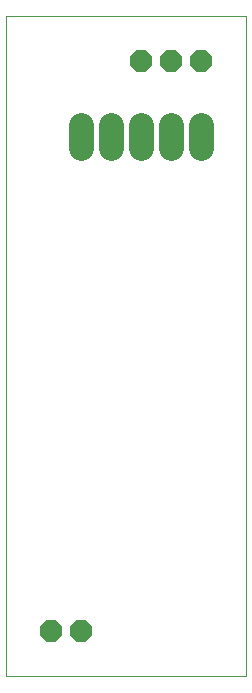
<source format=gts>
G75*
G70*
%OFA0B0*%
%FSLAX24Y24*%
%IPPOS*%
%LPD*%
%AMOC8*
5,1,8,0,0,1.08239X$1,22.5*
%
%ADD10C,0.0000*%
%ADD11C,0.0820*%
%ADD12OC8,0.0740*%
D10*
X000101Y000101D02*
X000101Y022101D01*
X008101Y022101D01*
X008101Y000101D01*
X000101Y000101D01*
D11*
X002601Y017731D02*
X002601Y018471D01*
X003601Y018471D02*
X003601Y017731D01*
X004601Y017731D02*
X004601Y018471D01*
X005601Y018471D02*
X005601Y017731D01*
X006601Y017731D02*
X006601Y018471D01*
D12*
X006601Y020601D03*
X005601Y020601D03*
X004601Y020601D03*
X002601Y001601D03*
X001601Y001601D03*
M02*

</source>
